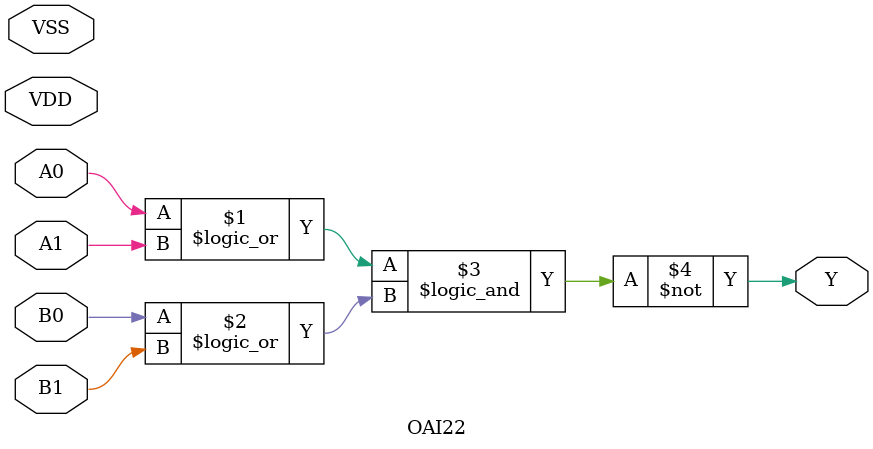
<source format=v>
module OAI22(Y, A0, A1, B0, B1, VDD, VSS );
  input A0, A1, B0, B1;
  output Y;
  inout VDD, VSS;

  assign Y=~((A0 || A1) && (B0 || B1));
endmodule

</source>
